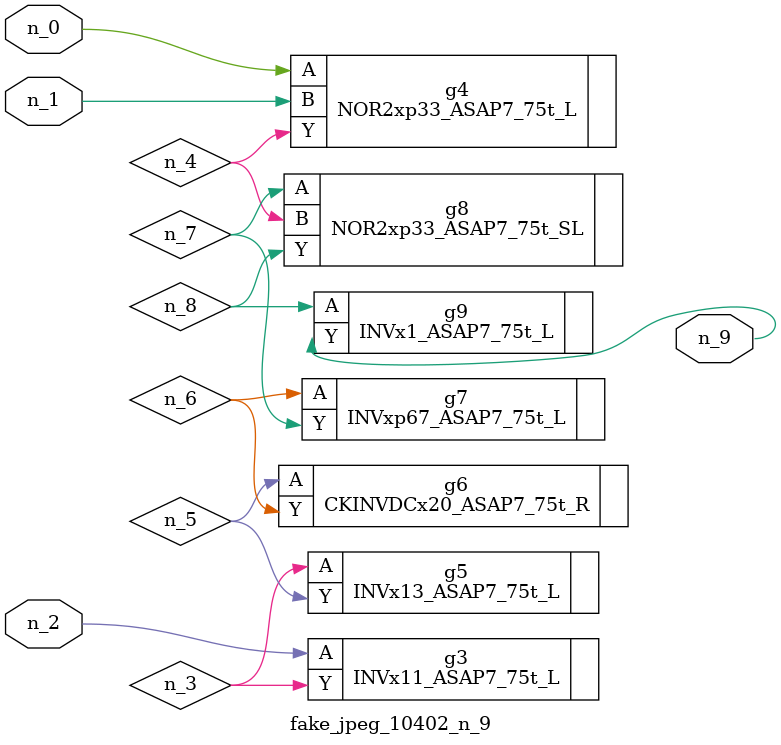
<source format=v>
module fake_jpeg_10402_n_9 (n_0, n_2, n_1, n_9);

input n_0;
input n_2;
input n_1;

output n_9;

wire n_3;
wire n_4;
wire n_8;
wire n_6;
wire n_5;
wire n_7;

INVx11_ASAP7_75t_L g3 ( 
.A(n_2),
.Y(n_3)
);

NOR2xp33_ASAP7_75t_L g4 ( 
.A(n_0),
.B(n_1),
.Y(n_4)
);

INVx13_ASAP7_75t_L g5 ( 
.A(n_3),
.Y(n_5)
);

CKINVDCx20_ASAP7_75t_R g6 ( 
.A(n_5),
.Y(n_6)
);

INVxp67_ASAP7_75t_L g7 ( 
.A(n_6),
.Y(n_7)
);

NOR2xp33_ASAP7_75t_SL g8 ( 
.A(n_7),
.B(n_4),
.Y(n_8)
);

INVx1_ASAP7_75t_L g9 ( 
.A(n_8),
.Y(n_9)
);


endmodule
</source>
